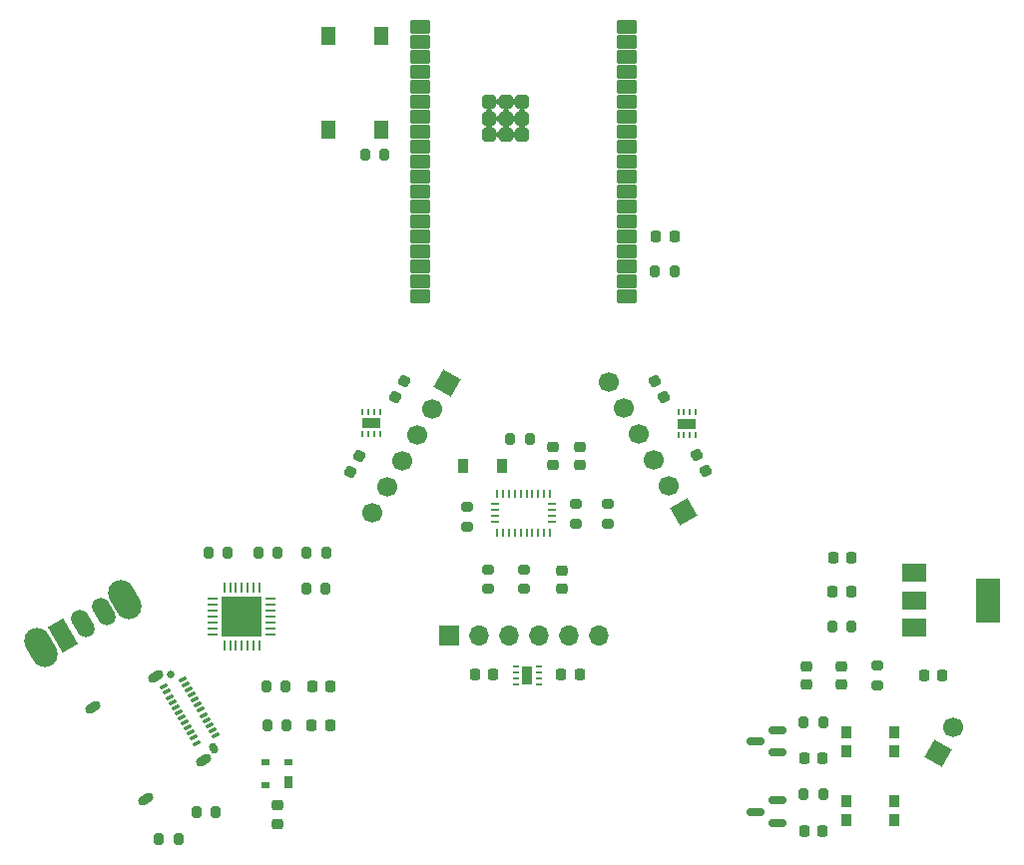
<source format=gts>
G04 #@! TF.GenerationSoftware,KiCad,Pcbnew,6.0.2+dfsg-1*
G04 #@! TF.CreationDate,2024-09-01T09:28:51+09:00*
G04 #@! TF.ProjectId,omni_wheel,6f6d6e69-5f77-4686-9565-6c2e6b696361,rev?*
G04 #@! TF.SameCoordinates,Original*
G04 #@! TF.FileFunction,Soldermask,Top*
G04 #@! TF.FilePolarity,Negative*
%FSLAX46Y46*%
G04 Gerber Fmt 4.6, Leading zero omitted, Abs format (unit mm)*
G04 Created by KiCad (PCBNEW 6.0.2+dfsg-1) date 2024-09-01 09:28:51*
%MOMM*%
%LPD*%
G01*
G04 APERTURE LIST*
G04 Aperture macros list*
%AMRoundRect*
0 Rectangle with rounded corners*
0 $1 Rounding radius*
0 $2 $3 $4 $5 $6 $7 $8 $9 X,Y pos of 4 corners*
0 Add a 4 corners polygon primitive as box body*
4,1,4,$2,$3,$4,$5,$6,$7,$8,$9,$2,$3,0*
0 Add four circle primitives for the rounded corners*
1,1,$1+$1,$2,$3*
1,1,$1+$1,$4,$5*
1,1,$1+$1,$6,$7*
1,1,$1+$1,$8,$9*
0 Add four rect primitives between the rounded corners*
20,1,$1+$1,$2,$3,$4,$5,0*
20,1,$1+$1,$4,$5,$6,$7,0*
20,1,$1+$1,$6,$7,$8,$9,0*
20,1,$1+$1,$8,$9,$2,$3,0*%
%AMHorizOval*
0 Thick line with rounded ends*
0 $1 width*
0 $2 $3 position (X,Y) of the first rounded end (center of the circle)*
0 $4 $5 position (X,Y) of the second rounded end (center of the circle)*
0 Add line between two ends*
20,1,$1,$2,$3,$4,$5,0*
0 Add two circle primitives to create the rounded ends*
1,1,$1,$2,$3*
1,1,$1,$4,$5*%
%AMRotRect*
0 Rectangle, with rotation*
0 The origin of the aperture is its center*
0 $1 length*
0 $2 width*
0 $3 Rotation angle, in degrees counterclockwise*
0 Add horizontal line*
21,1,$1,$2,0,0,$3*%
G04 Aperture macros list end*
%ADD10R,1.700000X1.700000*%
%ADD11O,1.700000X1.700000*%
%ADD12RoundRect,0.150000X0.587500X0.150000X-0.587500X0.150000X-0.587500X-0.150000X0.587500X-0.150000X0*%
%ADD13RoundRect,0.200000X0.200000X0.275000X-0.200000X0.275000X-0.200000X-0.275000X0.200000X-0.275000X0*%
%ADD14RoundRect,0.225000X-0.104006X0.319856X-0.329006X-0.069856X0.104006X-0.319856X0.329006X0.069856X0*%
%ADD15RoundRect,0.218750X0.218750X0.256250X-0.218750X0.256250X-0.218750X-0.256250X0.218750X-0.256250X0*%
%ADD16RoundRect,0.200000X0.275000X-0.200000X0.275000X0.200000X-0.275000X0.200000X-0.275000X-0.200000X0*%
%ADD17RoundRect,0.225000X-0.250000X0.225000X-0.250000X-0.225000X0.250000X-0.225000X0.250000X0.225000X0*%
%ADD18RoundRect,0.200000X-0.200000X-0.275000X0.200000X-0.275000X0.200000X0.275000X-0.200000X0.275000X0*%
%ADD19RoundRect,0.225000X0.225000X0.250000X-0.225000X0.250000X-0.225000X-0.250000X0.225000X-0.250000X0*%
%ADD20R,0.250000X0.500000*%
%ADD21R,1.600000X0.900000*%
%ADD22RoundRect,0.062500X0.337500X0.062500X-0.337500X0.062500X-0.337500X-0.062500X0.337500X-0.062500X0*%
%ADD23RoundRect,0.062500X0.062500X0.337500X-0.062500X0.337500X-0.062500X-0.337500X0.062500X-0.337500X0*%
%ADD24R,3.350000X3.350000*%
%ADD25RoundRect,0.218750X0.256250X-0.218750X0.256250X0.218750X-0.256250X0.218750X-0.256250X-0.218750X0*%
%ADD26RoundRect,0.225000X0.250000X-0.225000X0.250000X0.225000X-0.250000X0.225000X-0.250000X-0.225000X0*%
%ADD27RoundRect,0.225000X-0.225000X-0.250000X0.225000X-0.250000X0.225000X0.250000X-0.225000X0.250000X0*%
%ADD28RoundRect,0.225000X0.104006X-0.319856X0.329006X0.069856X-0.104006X0.319856X-0.329006X-0.069856X0*%
%ADD29R,1.300000X1.550000*%
%ADD30R,0.900000X1.000000*%
%ADD31RoundRect,0.200000X-0.275000X0.200000X-0.275000X-0.200000X0.275000X-0.200000X0.275000X0.200000X0*%
%ADD32RoundRect,0.225000X-0.329006X0.069856X-0.104006X-0.319856X0.329006X-0.069856X0.104006X0.319856X0*%
%ADD33RoundRect,0.225000X0.329006X-0.069856X0.104006X0.319856X-0.329006X0.069856X-0.104006X-0.319856X0*%
%ADD34R,0.700000X1.000000*%
%ADD35R,0.700000X0.600000*%
%ADD36R,0.500000X0.250000*%
%ADD37R,0.900000X1.600000*%
%ADD38R,2.000000X1.500000*%
%ADD39R,2.000000X3.800000*%
%ADD40HorizOval,2.200000X-0.325000X0.562917X0.325000X-0.562917X0*%
%ADD41RotRect,1.500000X2.500000X30.000000*%
%ADD42HorizOval,1.500000X-0.250000X0.433013X0.250000X-0.433013X0*%
%ADD43RotRect,1.700000X1.700000X210.000000*%
%ADD44HorizOval,1.700000X0.000000X0.000000X0.000000X0.000000X0*%
%ADD45R,0.900000X1.200000*%
%ADD46RoundRect,0.102000X-0.750000X-0.450000X0.750000X-0.450000X0.750000X0.450000X-0.750000X0.450000X0*%
%ADD47RoundRect,0.102000X-0.450000X-0.450000X0.450000X-0.450000X0.450000X0.450000X-0.450000X0.450000X0*%
%ADD48C,0.504000*%
%ADD49RotRect,1.700000X1.700000X330.000000*%
%ADD50HorizOval,1.700000X0.000000X0.000000X0.000000X0.000000X0*%
%ADD51R,0.254000X0.675000*%
%ADD52R,0.675000X0.254000*%
%ADD53RotRect,1.700000X1.700000X150.000000*%
%ADD54HorizOval,1.700000X0.000000X0.000000X0.000000X0.000000X0*%
%ADD55HorizOval,0.650000X0.075000X-0.129904X-0.075000X0.129904X0*%
%ADD56C,0.650000*%
%ADD57RotRect,0.300000X0.700000X300.000000*%
%ADD58HorizOval,0.800000X-0.259808X-0.150000X0.259808X0.150000X0*%
G04 APERTURE END LIST*
D10*
X94172766Y-110239376D03*
D11*
X96712766Y-110239376D03*
X99252766Y-110239376D03*
X101792766Y-110239376D03*
X104332766Y-110239376D03*
X106872766Y-110239376D03*
D12*
X121990269Y-126138995D03*
X121990269Y-124238995D03*
X120115269Y-125188995D03*
D13*
X80377767Y-117829379D03*
X78727767Y-117829379D03*
D14*
X86530266Y-95028208D03*
X85755266Y-96370548D03*
D15*
X128265268Y-106530753D03*
X126690268Y-106530753D03*
D16*
X95652767Y-100979379D03*
X95652767Y-99329379D03*
D17*
X103722767Y-104704379D03*
X103722767Y-106254379D03*
D18*
X124227765Y-123728223D03*
X125877765Y-123728223D03*
X111617767Y-79339377D03*
X113267767Y-79339377D03*
D19*
X97877766Y-113569378D03*
X96327766Y-113569378D03*
D20*
X115072766Y-91289379D03*
X114572766Y-91289379D03*
X114072766Y-91289379D03*
X113572766Y-91289379D03*
X113572766Y-93189379D03*
X114072766Y-93189379D03*
X114572766Y-93189379D03*
X115072766Y-93189379D03*
D21*
X114322766Y-92239379D03*
D22*
X79002763Y-110129378D03*
X79002763Y-109629378D03*
X79002763Y-109129378D03*
X79002763Y-108629378D03*
X79002763Y-108129378D03*
X79002763Y-107629378D03*
X79002763Y-107129378D03*
D23*
X78052763Y-106179378D03*
X77552763Y-106179378D03*
X77052763Y-106179378D03*
X76552763Y-106179378D03*
X76052763Y-106179378D03*
X75552763Y-106179378D03*
X75052763Y-106179378D03*
D22*
X74102763Y-107129378D03*
X74102763Y-107629378D03*
X74102763Y-108129378D03*
X74102763Y-108629378D03*
X74102763Y-109129378D03*
X74102763Y-109629378D03*
X74102763Y-110129378D03*
D23*
X75052763Y-111079378D03*
X75552763Y-111079378D03*
X76052763Y-111079378D03*
X76552763Y-111079378D03*
X77052763Y-111079378D03*
X77552763Y-111079378D03*
X78052763Y-111079378D03*
D24*
X76552763Y-108629378D03*
D25*
X79582766Y-126226879D03*
X79582766Y-124651879D03*
D13*
X79577767Y-103229380D03*
X77927767Y-103229380D03*
D26*
X102902768Y-95764375D03*
X102902768Y-94214375D03*
D27*
X124277767Y-120639953D03*
X125827767Y-120639953D03*
D28*
X89585266Y-89990548D03*
X90360266Y-88648208D03*
D29*
X83862771Y-67274379D03*
X83862771Y-59324379D03*
X88362771Y-59324379D03*
X88362771Y-67274379D03*
D30*
X127802771Y-118419381D03*
X131902771Y-118419381D03*
X131902771Y-120019381D03*
X127802771Y-120019381D03*
D31*
X100452767Y-104604379D03*
X100452767Y-106254379D03*
D18*
X82007766Y-106229378D03*
X83657766Y-106229378D03*
D32*
X115155266Y-94938207D03*
X115930266Y-96280547D03*
D31*
X107612768Y-99094380D03*
X107612768Y-100744380D03*
D18*
X87017768Y-69399377D03*
X88667768Y-69399377D03*
D33*
X112330264Y-89970547D03*
X111555264Y-88628207D03*
D18*
X72697766Y-125219378D03*
X74347766Y-125219378D03*
D34*
X80532768Y-122709379D03*
D35*
X80532768Y-121009379D03*
X78532768Y-121009379D03*
X78532768Y-122909379D03*
D12*
X121990269Y-120149061D03*
X121990269Y-118249061D03*
X120115269Y-119199061D03*
D36*
X101732766Y-114379378D03*
X101732766Y-113879378D03*
X101732766Y-113379378D03*
X101732766Y-112879378D03*
X99832766Y-112879378D03*
X99832766Y-113379378D03*
X99832766Y-113879378D03*
X99832766Y-114379378D03*
D37*
X100782766Y-113629378D03*
D27*
X126702766Y-103600756D03*
X128252766Y-103600756D03*
D16*
X130452768Y-114445350D03*
X130452768Y-112795350D03*
D27*
X134437765Y-113579379D03*
X135987765Y-113579379D03*
D38*
X133592766Y-104929378D03*
D39*
X139892766Y-107229378D03*
D38*
X133592766Y-107229378D03*
X133592766Y-109529378D03*
D20*
X86752768Y-93149382D03*
X87252768Y-93149382D03*
X87752768Y-93149382D03*
X88252768Y-93149382D03*
X88252768Y-91249382D03*
X87752768Y-91249382D03*
X87252768Y-91249382D03*
X86752768Y-91249382D03*
D21*
X87502768Y-92199382D03*
D15*
X113230269Y-76339379D03*
X111655269Y-76339379D03*
D27*
X103647769Y-113509378D03*
X105197769Y-113509378D03*
D40*
X59532066Y-111259379D03*
X66633474Y-107159379D03*
D41*
X61350719Y-110209379D03*
D42*
X63082770Y-109209379D03*
X64814821Y-108209379D03*
D27*
X82502770Y-114529374D03*
X84052770Y-114529374D03*
D18*
X69537766Y-127479376D03*
X71187766Y-127479376D03*
X78627769Y-114529378D03*
X80277769Y-114529378D03*
X124227768Y-117555278D03*
X125877768Y-117555278D03*
X82047767Y-103239379D03*
X83697767Y-103239379D03*
D43*
X114017768Y-99718640D03*
D44*
X112747768Y-97518935D03*
X111477768Y-95319231D03*
X110207768Y-93119526D03*
X108937768Y-90919822D03*
X107667768Y-88720117D03*
D45*
X95302768Y-95829380D03*
X98602768Y-95829380D03*
D46*
X91702765Y-58569381D03*
X91702765Y-59839381D03*
X91702765Y-61109381D03*
X91702765Y-62379381D03*
X91702765Y-63649381D03*
X91702765Y-64919381D03*
X91702765Y-66189381D03*
X91702765Y-67459381D03*
X91702765Y-68729381D03*
X91702765Y-69999381D03*
X91702765Y-71269381D03*
X91702765Y-72539381D03*
X91702765Y-73809381D03*
X91702765Y-75079381D03*
X91702765Y-76349381D03*
X91702765Y-77619381D03*
X91702765Y-78889381D03*
X91702765Y-80159381D03*
X91702765Y-81429381D03*
X109202765Y-81429381D03*
X109202765Y-80159381D03*
X109202765Y-78889381D03*
X109202765Y-77619381D03*
X109202765Y-76349381D03*
X109202765Y-75079381D03*
X109202765Y-73809381D03*
X109202765Y-72539381D03*
X109202765Y-71269381D03*
X109202765Y-69999381D03*
X109202765Y-68729381D03*
X109202765Y-67459381D03*
X109202765Y-66189381D03*
X109202765Y-64919381D03*
X109202765Y-63649381D03*
X109202765Y-62379381D03*
X109202765Y-61109381D03*
X109202765Y-59839381D03*
X109202765Y-58569381D03*
D47*
X97552765Y-66369381D03*
X98952765Y-66369381D03*
X100352765Y-66369381D03*
X97552765Y-64969381D03*
X98952765Y-64969381D03*
X100352765Y-64969381D03*
X97552765Y-67769381D03*
X98952765Y-67769381D03*
X100352765Y-67769381D03*
D48*
X100352765Y-65669381D03*
X98952765Y-65669381D03*
X97552765Y-65669381D03*
X97552765Y-67069381D03*
X98952765Y-67069381D03*
X100352765Y-67069381D03*
X99652765Y-64969381D03*
X98252765Y-64969381D03*
X99652765Y-66369381D03*
X98252765Y-66369381D03*
X98252765Y-67769381D03*
X99652765Y-67769381D03*
D27*
X124277767Y-126810351D03*
X125827767Y-126810351D03*
D17*
X124452765Y-112845351D03*
X124452765Y-114395351D03*
D49*
X93997767Y-88850117D03*
D50*
X92727767Y-91049822D03*
X91457767Y-93249526D03*
X90187767Y-95449231D03*
X88917767Y-97648935D03*
X87647767Y-99848640D03*
D18*
X99327766Y-93529377D03*
X100977766Y-93529377D03*
D27*
X82477767Y-117829379D03*
X84027767Y-117829379D03*
D26*
X105232768Y-95754379D03*
X105232768Y-94204379D03*
D16*
X104882769Y-100744379D03*
X104882769Y-99094379D03*
D13*
X128262765Y-109469376D03*
X126612765Y-109469376D03*
D30*
X131902768Y-124310352D03*
X127802768Y-124310352D03*
X127802768Y-125910352D03*
X131902768Y-125910352D03*
D51*
X98202768Y-98166880D03*
D52*
X98065268Y-99079380D03*
X98065268Y-99579380D03*
X98065268Y-100079380D03*
X98065268Y-100579380D03*
D51*
X98202768Y-101491880D03*
X98702768Y-101491880D03*
X99202768Y-101491880D03*
X99702768Y-101491880D03*
X100202768Y-101491880D03*
X100702768Y-101491880D03*
X101202768Y-101491880D03*
X101702768Y-101491880D03*
X102202768Y-101491880D03*
X102702768Y-101491880D03*
D52*
X102840268Y-100579380D03*
X102840268Y-100079380D03*
X102840268Y-99579380D03*
X102840268Y-99079380D03*
D51*
X102702768Y-98166880D03*
X102202768Y-98166880D03*
X101702768Y-98166880D03*
X101202768Y-98166880D03*
X100702768Y-98166880D03*
X100202768Y-98166880D03*
X99702768Y-98166880D03*
X99202768Y-98166880D03*
X98702768Y-98166880D03*
D17*
X127452766Y-112845350D03*
X127452766Y-114395350D03*
D53*
X135652767Y-120229380D03*
D54*
X136922767Y-118029675D03*
D55*
X74153433Y-119767069D03*
D56*
X70553433Y-113531687D03*
D57*
X71550010Y-113937808D03*
X71800010Y-114370821D03*
X72050010Y-114803834D03*
X72300010Y-115236846D03*
X72550010Y-115669859D03*
X72800010Y-116102872D03*
X73050010Y-116535884D03*
X73300010Y-116968897D03*
X73550010Y-117401910D03*
X73800010Y-117834922D03*
X74050010Y-118267935D03*
X74300010Y-118700948D03*
X72702766Y-119334442D03*
X72452766Y-118901429D03*
X72202766Y-118468416D03*
X71952766Y-118035403D03*
X71702766Y-117602391D03*
X71452766Y-117169378D03*
X71202766Y-116736365D03*
X70952766Y-116303353D03*
X70702766Y-115870340D03*
X70452766Y-115437327D03*
X70202766Y-115004314D03*
X69952766Y-114571302D03*
D58*
X68363050Y-124137832D03*
X73335901Y-120851063D03*
X63873050Y-116360924D03*
X69205901Y-113697693D03*
D31*
X97452770Y-104604383D03*
X97452770Y-106254383D03*
D13*
X75377764Y-103229378D03*
X73727764Y-103229378D03*
M02*

</source>
